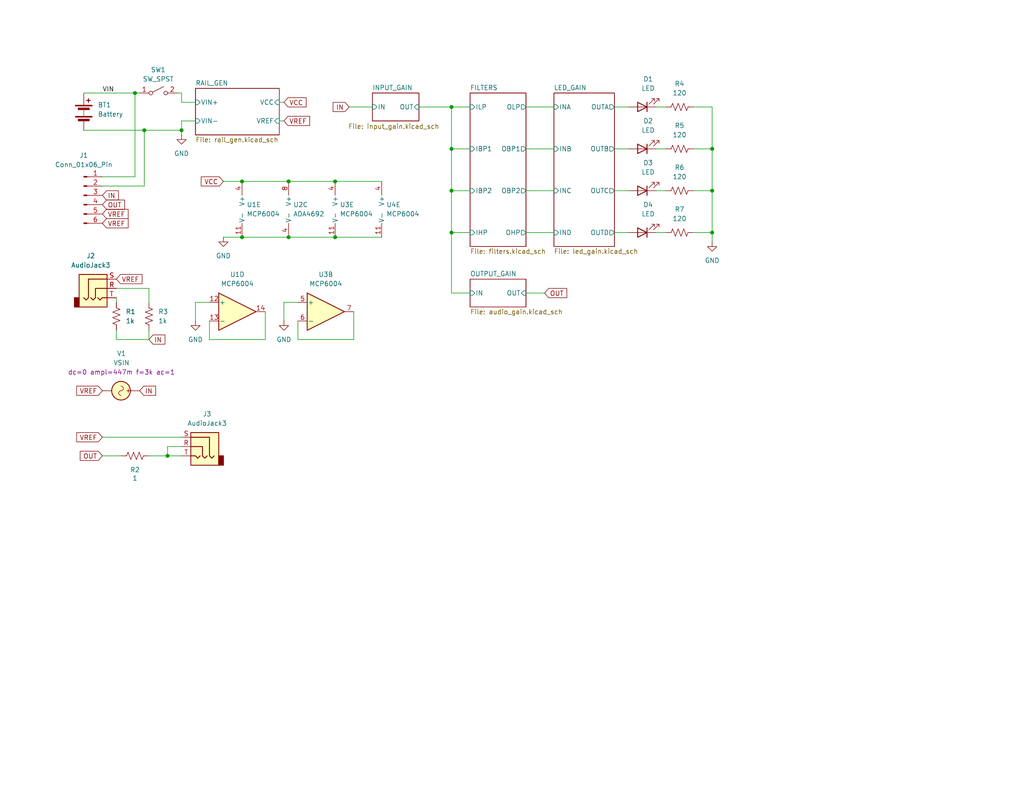
<source format=kicad_sch>
(kicad_sch (version 20250114) (generator "eeschema") (generator_version "9.0")
  (paper "USLetter")
  (title_block (title "EL223FP4L1") (date "2025-05-08") (rev "1") (company "Boles & Walker") (comment 1 "Board Overview"))
  (lib_symbols
    (symbol "Amplifier_Operational:MCP6004" (pin_names (offset 0.127))
      (property "Reference" "U" (at 0 5.08 0))
      (property "Value" "MCP6004" (at 0 -5.08 0))
      (symbol "MCP6004_1_1"
        (polyline (pts (xy -5.08 5.08) (xy 5.08 0) (xy -5.08 -5.08) (xy -5.08 5.08)) (stroke (width 0.254)) (fill (type background)))
        (pin input line (at -7.62 2.54 0) (length 2.54) (name "+") (number "3"))
        (pin input line (at -7.62 -2.54 0) (length 2.54) (name "-") (number "2"))
        (pin output line (at 7.62 0 180) (length 2.54) (name "~") (number "1"))
      )
      (symbol "MCP6004_2_1"
        (polyline (pts (xy -5.08 5.08) (xy 5.08 0) (xy -5.08 -5.08) (xy -5.08 5.08)) (stroke (width 0.254)) (fill (type background)))
        (pin input line (at -7.62 2.54 0) (length 2.54) (name "+") (number "5"))
        (pin input line (at -7.62 -2.54 0) (length 2.54) (name "-") (number "6"))
        (pin output line (at 7.62 0 180) (length 2.54) (name "~") (number "7"))
      )
      (symbol "MCP6004_3_1"
        (polyline (pts (xy -5.08 5.08) (xy 5.08 0) (xy -5.08 -5.08) (xy -5.08 5.08)) (stroke (width 0.254)) (fill (type background)))
        (pin input line (at -7.62 2.54 0) (length 2.54) (name "+") (number "10"))
        (pin input line (at -7.62 -2.54 0) (length 2.54) (name "-") (number "9"))
        (pin output line (at 7.62 0 180) (length 2.54) (name "~") (number "8"))
      )
      (symbol "MCP6004_4_1"
        (polyline (pts (xy -5.08 5.08) (xy 5.08 0) (xy -5.08 -5.08) (xy -5.08 5.08)) (stroke (width 0.254)) (fill (type background)))
        (pin input line (at -7.62 2.54 0) (length 2.54) (name "+") (number "12"))
        (pin input line (at -7.62 -2.54 0) (length 2.54) (name "-") (number "13"))
        (pin output line (at 7.62 0 180) (length 2.54) (name "~") (number "14"))
      )
      (symbol "MCP6004_5_1"
        (pin power_in line (at -2.54 7.62 270) (length 3.81) (name "V+") (number "4"))
        (pin power_in line (at -2.54 -7.62 90) (length 3.81) (name "V-") (number "11"))
      )
    )
    (symbol "Connector:Conn_01x06_Pin" (pin_names (offset 1.016) (hide yes))
      (property "Reference" "J" (at 0 7.62 0))
      (property "Value" "Conn_01x06_Pin" (at 0 -10.16 0))
      (symbol "Conn_01x06_Pin_1_1"
        (rectangle (start 0.8636 5.207) (end 0 4.953) (stroke (width 0.1524)) (fill (type outline)))
        (rectangle (start 0.8636 2.667) (end 0 2.413) (stroke (width 0.1524)) (fill (type outline)))
        (rectangle (start 0.8636 0.127) (end 0 -0.127) (stroke (width 0.1524)) (fill (type outline)))
        (rectangle (start 0.8636 -2.413) (end 0 -2.667) (stroke (width 0.1524)) (fill (type outline)))
        (rectangle (start 0.8636 -4.953) (end 0 -5.207) (stroke (width 0.1524)) (fill (type outline)))
        (rectangle (start 0.8636 -7.493) (end 0 -7.747) (stroke (width 0.1524)) (fill (type outline)))
        (polyline (pts (xy 1.27 5.08) (xy 0.8636 5.08)) (stroke (width 0.1524)))
        (polyline (pts (xy 1.27 2.54) (xy 0.8636 2.54)) (stroke (width 0.1524)))
        (polyline (pts (xy 1.27 0) (xy 0.8636 0)) (stroke (width 0.1524)))
        (polyline (pts (xy 1.27 -2.54) (xy 0.8636 -2.54)) (stroke (width 0.1524)))
        (polyline (pts (xy 1.27 -5.08) (xy 0.8636 -5.08)) (stroke (width 0.1524)))
        (polyline (pts (xy 1.27 -7.62) (xy 0.8636 -7.62)) (stroke (width 0.1524)))
        (pin passive line (at 5.08 5.08 180) (length 3.81) (name "Pin_1") (number "1"))
        (pin passive line (at 5.08 2.54 180) (length 3.81) (name "Pin_2") (number "2"))
        (pin passive line (at 5.08 0 180) (length 3.81) (name "Pin_3") (number "3"))
        (pin passive line (at 5.08 -2.54 180) (length 3.81) (name "Pin_4") (number "4"))
        (pin passive line (at 5.08 -5.08 180) (length 3.81) (name "Pin_5") (number "5"))
        (pin passive line (at 5.08 -7.62 180) (length 3.81) (name "Pin_6") (number "6"))
      )
    )
    (symbol "Connector_Audio:AudioJack3"
      (property "Reference" "J" (at 0 8.89 0))
      (property "Value" "AudioJack3" (at 0 6.35 0))
      (symbol "AudioJack3_0_1"
        (rectangle (start -5.08 -5.08) (end -6.35 -2.54) (stroke (width 0.254)) (fill (type outline)))
        (polyline (pts (xy -1.905 -2.54) (xy -1.27 -3.175) (xy -0.635 -2.54) (xy -0.635 0) (xy 2.54 0)) (stroke (width 0.254)))
        (polyline (pts (xy 0 -2.54) (xy 0.635 -3.175) (xy 1.27 -2.54) (xy 2.54 -2.54)) (stroke (width 0.254)))
        (rectangle (start 2.54 3.81) (end -5.08 -5.08) (stroke (width 0.254)) (fill (type background)))
        (polyline (pts (xy 2.54 2.54) (xy -2.54 2.54) (xy -2.54 -2.54) (xy -3.175 -3.175) (xy -3.81 -2.54)) (stroke (width 0.254)))
      )
      (symbol "AudioJack3_1_1"
        (pin passive line (at 5.08 2.54 180) (length 2.54) (name "~") (number "S"))
        (pin passive line (at 5.08 0 180) (length 2.54) (name "~") (number "R"))
        (pin passive line (at 5.08 -2.54 180) (length 2.54) (name "~") (number "T"))
      )
    )
    (symbol "Custom:ADA4692-2" (pin_names (offset 0.127))
      (property "Reference" "U" (at 2.54 6.35 0))
      (property "Value" "ADA4692-2" (at 2.54 3.81 0))
      (symbol "ADA4692-2_1_1"
        (polyline (pts (xy 5.08 0) (xy -5.08 5.08) (xy -5.08 -5.08) (xy 5.08 0)) (stroke (width 0.254)) (fill (type background)))
        (pin input line (at -7.62 2.54 0) (length 2.54) (name "+") (number "3"))
        (pin input line (at -7.62 -2.54 0) (length 2.54) (name "-") (number "2"))
        (pin output line (at 7.62 0 180) (length 2.54) (name "~") (number "1"))
      )
      (symbol "ADA4692-2_2_1"
        (polyline (pts (xy 5.08 0) (xy -5.08 5.08) (xy -5.08 -5.08) (xy 5.08 0)) (stroke (width 0.254)) (fill (type background)))
        (pin input line (at -7.62 2.54 0) (length 2.54) (name "+") (number "5"))
        (pin input line (at -7.62 -2.54 0) (length 2.54) (name "-") (number "6"))
        (pin output line (at 7.62 0 180) (length 2.54) (name "~") (number "7"))
      )
      (symbol "ADA4692-2_3_1"
        (pin power_in line (at 0 7.62 270) (length 3.81) (name "V+") (number "8"))
        (pin power_in line (at 0 -7.62 90) (length 3.81) (name "V-") (number "4"))
      )
    )
    (symbol "Device:Battery" (pin_numbers (hide yes)) (pin_names (offset 0) (hide yes))
      (property "Reference" "BT" (at 2.54 2.54 0))
      (property "Value" "Battery" (at 2.54 0 0))
      (symbol "Battery_0_1"
        (rectangle (start -2.286 1.778) (end 2.286 1.524) (fill (type outline)))
        (rectangle (start -2.286 -1.27) (end 2.286 -1.524) (fill (type outline)))
        (rectangle (start -1.524 1.016) (end 1.524 0.508) (fill (type outline)))
        (rectangle (start -1.524 -2.032) (end 1.524 -2.54) (fill (type outline)))
        (polyline (pts (xy 0 1.778) (xy 0 2.54)))
        (polyline (pts (xy 0 0) (xy 0 0.254)))
        (polyline (pts (xy 0 -0.508) (xy 0 -0.254)))
        (polyline (pts (xy 0 -1.016) (xy 0 -0.762)))
        (polyline (pts (xy 0.762 3.048) (xy 1.778 3.048)) (stroke (width 0.254)))
        (polyline (pts (xy 1.27 3.556) (xy 1.27 2.54)) (stroke (width 0.254)))
      )
      (symbol "Battery_1_1"
        (pin passive line (at 0 5.08 270) (length 2.54) (name "+") (number "1"))
        (pin passive line (at 0 -5.08 90) (length 2.54) (name "-") (number "2"))
      )
    )
    (symbol "Device:LED" (pin_numbers (hide yes)) (pin_names (offset 1.016) (hide yes))
      (property "Reference" "D" (at 0 2.54 0))
      (property "Value" "LED" (at 0 -2.54 0))
      (symbol "LED_0_1"
        (polyline (pts (xy -3.048 -0.762) (xy -4.572 -2.286) (xy -3.81 -2.286) (xy -4.572 -2.286) (xy -4.572 -1.524)))
        (polyline (pts (xy -1.778 -0.762) (xy -3.302 -2.286) (xy -2.54 -2.286) (xy -3.302 -2.286) (xy -3.302 -1.524)))
        (polyline (pts (xy -1.27 0) (xy 1.27 0)))
        (polyline (pts (xy -1.27 -1.27) (xy -1.27 1.27)) (stroke (width 0.254)))
        (polyline (pts (xy 1.27 -1.27) (xy 1.27 1.27) (xy -1.27 0) (xy 1.27 -1.27)) (stroke (width 0.254)))
      )
      (symbol "LED_1_1"
        (pin passive line (at -3.81 0 0) (length 2.54) (name "K") (number "1"))
        (pin passive line (at 3.81 0 180) (length 2.54) (name "A") (number "2"))
      )
    )
    (symbol "Device:R_US" (pin_numbers (hide yes)) (pin_names (offset 0))
      (property "Reference" "R" (at 2.54 0 90))
      (property "Value" "R_US" (at -2.54 0 90))
      (symbol "R_US_0_1"
        (polyline (pts (xy 0 2.286) (xy 0 2.54)))
        (polyline (pts (xy 0 2.286) (xy 1.016 1.905) (xy 0 1.524) (xy -1.016 1.143) (xy 0 0.762)))
        (polyline (pts (xy 0 0.762) (xy 1.016 0.381) (xy 0 0) (xy -1.016 -0.381) (xy 0 -0.762)))
        (polyline (pts (xy 0 -0.762) (xy 1.016 -1.143) (xy 0 -1.524) (xy -1.016 -1.905) (xy 0 -2.286)))
        (polyline (pts (xy 0 -2.286) (xy 0 -2.54)))
      )
      (symbol "R_US_1_1"
        (pin passive line (at 0 3.81 270) (length 1.27) (name "~") (number "1"))
        (pin passive line (at 0 -3.81 90) (length 1.27) (name "~") (number "2"))
      )
    )
    (symbol "Simulation_SPICE:VSIN" (pin_numbers (hide yes)) (pin_names (offset 0.0254))
      (property "Reference" "V" (at 2.54 2.54 0))
      (property "Value" "VSIN" (at 2.54 0 0))
      (property "Sim.Params" "dc=0 ampl=1 f=1k ac=1" (at 2.54 -2.54 0))
      (symbol "VSIN_0_0"
        (arc (start -1.27 0) (mid -0.635 0.6323) (end 0 0))
        (arc (start 1.27 0) (mid 0.635 -0.6323) (end 0 0))
        (text "+" (at 0 1.905 0) (effects (font (size 1.27 1.27))))
      )
      (symbol "VSIN_0_1"
        (circle (center 0 0) (radius 2.54) (stroke (width 0.254)) (fill (type background)))
      )
      (symbol "VSIN_1_1"
        (pin passive line (at 0 5.08 270) (length 2.54) (name "~") (number "1"))
        (pin passive line (at 0 -5.08 90) (length 2.54) (name "~") (number "2"))
      )
    )
    (symbol "Switch:SW_SPST" (pin_names (offset 0) (hide yes))
      (property "Reference" "SW" (at 0 3.175 0))
      (property "Value" "SW_SPST" (at 0 -2.54 0))
      (symbol "SW_SPST_0_0"
        (circle (center -2.032 0) (radius 0.508))
        (polyline (pts (xy -1.524 0.254) (xy 1.524 1.778)))
        (circle (center 2.032 0) (radius 0.508))
      )
      (symbol "SW_SPST_1_1"
        (pin passive line (at -5.08 0 0) (length 2.54) (name "A") (number "1"))
        (pin passive line (at 5.08 0 180) (length 2.54) (name "B") (number "2"))
      )
    )
    (symbol "power:GND" (power) (pin_numbers (hide yes)) (pin_names (offset 0) (hide yes))
      (property "Value" "GND" (at 0 -3.81 0))
      (symbol "GND_0_1"
        (polyline (pts (xy 0 0) (xy 0 -1.27) (xy 1.27 -1.27) (xy 0 -2.54) (xy -1.27 -1.27) (xy 0 -1.27)))
      )
      (symbol "GND_1_1"
        (pin power_in line (at 0 0 270) (length 0) (name "~") (number "1"))
      )
    )
  )
  (junction (at 45.72 124.46))
  (junction (at 91.44 49.53))
  (junction (at 123.19 63.5))
  (junction (at 78.74 64.77))
  (junction (at 36.83 25.4))
  (junction (at 123.19 52.07))
  (junction (at 91.44 64.77))
  (junction (at 123.19 40.64))
  (junction (at 66.04 64.77))
  (junction (at 39.37 35.56))
  (junction (at 194.31 63.5))
  (junction (at 194.31 52.07))
  (junction (at 78.74 49.53))
  (junction (at 66.04 49.53))
  (junction (at 49.53 35.56))
  (junction (at 194.31 40.64))
  (junction (at 123.19 29.21))
  (wire (pts (xy 78.74 64.77) (xy 91.44 64.77)))
  (wire (pts (xy 123.19 52.07) (xy 123.19 63.5)))
  (wire (pts (xy 49.53 124.46) (xy 45.72 124.46)))
  (wire (pts (xy 194.31 29.21) (xy 194.31 40.64)))
  (wire (pts (xy 194.31 63.5) (xy 194.31 66.04)))
  (wire (pts (xy 179.07 29.21) (xy 181.61 29.21)))
  (wire (pts (xy 40.64 124.46) (xy 45.72 124.46)))
  (wire (pts (xy 40.64 90.17) (xy 40.64 92.71)))
  (wire (pts (xy 189.23 52.07) (xy 194.31 52.07)))
  (wire (pts (xy 114.3 29.21) (xy 123.19 29.21)))
  (wire (pts (xy 76.2 33.02) (xy 77.47 33.02)))
  (wire (pts (xy 143.51 29.21) (xy 151.13 29.21)))
  (wire (pts (xy 194.31 52.07) (xy 194.31 63.5)))
  (wire (pts (xy 39.37 35.56) (xy 49.53 35.56)))
  (wire (pts (xy 143.51 40.64) (xy 151.13 40.64)))
  (wire (pts (xy 189.23 40.64) (xy 194.31 40.64)))
  (wire (pts (xy 22.86 35.56) (xy 39.37 35.56)))
  (wire (pts (xy 179.07 52.07) (xy 181.61 52.07)))
  (wire (pts (xy 91.44 64.77) (xy 104.14 64.77)))
  (wire (pts (xy 189.23 29.21) (xy 194.31 29.21)))
  (wire (pts (xy 167.64 29.21) (xy 171.45 29.21)))
  (wire (pts (xy 167.64 40.64) (xy 171.45 40.64)))
  (wire (pts (xy 78.74 49.53) (xy 91.44 49.53)))
  (wire (pts (xy 72.39 85.09) (xy 72.39 92.71)))
  (wire (pts (xy 91.44 49.53) (xy 104.14 49.53)))
  (wire (pts (xy 40.64 78.74) (xy 40.64 82.55)))
  (wire (pts (xy 66.04 64.77) (xy 78.74 64.77)))
  (wire (pts (xy 53.34 27.94) (xy 49.53 27.94)))
  (wire (pts (xy 77.47 82.55) (xy 77.47 87.63)))
  (wire (pts (xy 66.04 49.53) (xy 78.74 49.53)))
  (wire (pts (xy 57.15 92.71) (xy 57.15 87.63)))
  (wire (pts (xy 143.51 52.07) (xy 151.13 52.07)))
  (wire (pts (xy 143.51 63.5) (xy 151.13 63.5)))
  (wire (pts (xy 60.96 49.53) (xy 66.04 49.53)))
  (wire (pts (xy 40.64 92.71) (xy 31.75 92.71)))
  (wire (pts (xy 123.19 40.64) (xy 128.27 40.64)))
  (wire (pts (xy 39.37 50.8) (xy 27.94 50.8)))
  (wire (pts (xy 194.31 40.64) (xy 194.31 52.07)))
  (wire (pts (xy 53.34 82.55) (xy 53.34 87.63)))
  (wire (pts (xy 72.39 92.71) (xy 57.15 92.71)))
  (wire (pts (xy 49.53 27.94) (xy 49.53 25.4)))
  (wire (pts (xy 60.96 64.77) (xy 66.04 64.77)))
  (wire (pts (xy 179.07 63.5) (xy 181.61 63.5)))
  (wire (pts (xy 49.53 36.83) (xy 49.53 35.56)))
  (wire (pts (xy 36.83 48.26) (xy 27.94 48.26)))
  (wire (pts (xy 81.28 92.71) (xy 81.28 87.63)))
  (wire (pts (xy 81.28 82.55) (xy 77.47 82.55)))
  (wire (pts (xy 31.75 92.71) (xy 31.75 90.17)))
  (wire (pts (xy 22.86 25.4) (xy 36.83 25.4)))
  (wire (pts (xy 123.19 63.5) (xy 128.27 63.5)))
  (wire (pts (xy 123.19 63.5) (xy 123.19 80.01)))
  (wire (pts (xy 31.75 78.74) (xy 40.64 78.74)))
  (wire (pts (xy 27.94 119.38) (xy 49.53 119.38)))
  (wire (pts (xy 143.51 80.01) (xy 148.59 80.01)))
  (wire (pts (xy 31.75 81.28) (xy 31.75 82.55)))
  (wire (pts (xy 49.53 25.4) (xy 48.26 25.4)))
  (wire (pts (xy 27.94 124.46) (xy 33.02 124.46)))
  (wire (pts (xy 123.19 80.01) (xy 128.27 80.01)))
  (wire (pts (xy 49.53 33.02) (xy 53.34 33.02)))
  (wire (pts (xy 57.15 82.55) (xy 53.34 82.55)))
  (wire (pts (xy 36.83 25.4) (xy 36.83 48.26)))
  (wire (pts (xy 95.25 29.21) (xy 101.6 29.21)))
  (wire (pts (xy 179.07 40.64) (xy 181.61 40.64)))
  (wire (pts (xy 36.83 25.4) (xy 38.1 25.4)))
  (wire (pts (xy 189.23 63.5) (xy 194.31 63.5)))
  (wire (pts (xy 49.53 121.92) (xy 45.72 121.92)))
  (wire (pts (xy 167.64 63.5) (xy 171.45 63.5)))
  (wire (pts (xy 123.19 52.07) (xy 128.27 52.07)))
  (wire (pts (xy 49.53 35.56) (xy 49.53 33.02)))
  (wire (pts (xy 76.2 27.94) (xy 77.47 27.94)))
  (wire (pts (xy 45.72 121.92) (xy 45.72 124.46)))
  (wire (pts (xy 123.19 29.21) (xy 128.27 29.21)))
  (wire (pts (xy 123.19 29.21) (xy 123.19 40.64)))
  (wire (pts (xy 167.64 52.07) (xy 171.45 52.07)))
  (wire (pts (xy 96.52 92.71) (xy 81.28 92.71)))
  (wire (pts (xy 123.19 40.64) (xy 123.19 52.07)))
  (wire (pts (xy 96.52 85.09) (xy 96.52 92.71)))
  (wire (pts (xy 39.37 35.56) (xy 39.37 50.8)))
  (label "VIN" (at 27.94 25.4 0))
  (global_label "VREF" (shape input) (at 27.94 106.68 180) (property "Intersheetrefs" "${INTERSHEET_REFS}" (effects (hide yes))))
  (global_label "VREF" (shape input) (at 27.94 58.42 0) (property "Intersheetrefs" "${INTERSHEET_REFS}" (effects (hide yes))))
  (global_label "VCC" (shape input) (at 60.96 49.53 180) (property "Intersheetrefs" "${INTERSHEET_REFS}" (effects (hide yes))))
  (global_label "VCC" (shape input) (at 77.47 27.94 0) (property "Intersheetrefs" "${INTERSHEET_REFS}" (effects (hide yes))))
  (global_label "OUT" (shape input) (at 27.94 124.46 180) (property "Intersheetrefs" "${INTERSHEET_REFS}" (effects (hide yes))))
  (global_label "OUT" (shape input) (at 27.94 55.88 0) (property "Intersheetrefs" "${INTERSHEET_REFS}" (effects (hide yes))))
  (global_label "VREF" (shape input) (at 77.47 33.02 0) (property "Intersheetrefs" "${INTERSHEET_REFS}" (effects (hide yes))))
  (global_label "VREF" (shape input) (at 27.94 119.38 180) (property "Intersheetrefs" "${INTERSHEET_REFS}" (effects (hide yes))))
  (global_label "IN" (shape input) (at 40.64 92.71 0) (property "Intersheetrefs" "${INTERSHEET_REFS}" (effects (hide yes))))
  (global_label "VREF" (shape input) (at 31.75 76.2 0) (property "Intersheetrefs" "${INTERSHEET_REFS}" (effects (hide yes))))
  (global_label "IN" (shape input) (at 95.25 29.21 180) (property "Intersheetrefs" "${INTERSHEET_REFS}" (effects (hide yes))))
  (global_label "VREF" (shape input) (at 27.94 60.96 0) (property "Intersheetrefs" "${INTERSHEET_REFS}" (effects (hide yes))))
  (global_label "OUT" (shape input) (at 148.59 80.01 0) (property "Intersheetrefs" "${INTERSHEET_REFS}" (effects (hide yes))))
  (global_label "IN" (shape input) (at 38.1 106.68 0) (property "Intersheetrefs" "${INTERSHEET_REFS}" (effects (hide yes))))
  (global_label "IN" (shape input) (at 27.94 53.34 0) (property "Intersheetrefs" "${INTERSHEET_REFS}" (effects (hide yes))))
  (symbol (lib_id "power:GND") (at 53.34 87.63 0) (unit 1)
    (property "Reference" "#PWR03" (effects (hide yes)))
    (property "Value" "GND" (at 53.34 92.71 0))
    (property "Description" "Power symbol creates a global label with name \"GND\" , ground" (effects (hide yes)))
  )
  (symbol (lib_id "Device:R_US") (at 185.42 52.07 90) (unit 1)
    (property "Reference" "R6" (at 185.42 45.72 90))
    (property "Value" "120" (at 185.42 48.26 90))
    (property "Footprint" "Resistor_SMD:R_0805_2012Metric_Pad1.20x1.40mm_HandSolder" (effects (hide yes)))
    (property "Description" "Resistor, US symbol" (effects (hide yes)))
  )
  (symbol (lib_id "Device:LED") (at 175.26 29.21 180) (unit 1)
    (property "Reference" "D1" (at 176.8475 21.59 0))
    (property "Value" "LED" (at 176.8475 24.13 0))
    (property "Footprint" "LED_SMD:LED_0805_2012Metric_Pad1.15x1.40mm_HandSolder" (effects (hide yes)))
    (property "Description" "Light emitting diode" (effects (hide yes)))
    (property "Sim.Pins" "1=K 2=A" (effects (hide yes)))
    (property "Sim.Library" "led.lib" (effects (hide yes)))
    (property "Sim.Name" "LED_GENERAL" (effects (hide yes)))
    (property "Sim.Device" "D" (effects (hide yes)))
  )
  (symbol (lib_id "Device:LED") (at 175.26 63.5 180) (unit 1)
    (property "Reference" "D4" (at 176.8475 55.88 0))
    (property "Value" "LED" (at 176.8475 58.42 0))
    (property "Footprint" "LED_SMD:LED_0805_2012Metric_Pad1.15x1.40mm_HandSolder" (effects (hide yes)))
    (property "Description" "Light emitting diode" (effects (hide yes)))
    (property "Sim.Pins" "1=K 2=A" (effects (hide yes)))
    (property "Sim.Library" "led.lib" (effects (hide yes)))
    (property "Sim.Name" "LED_GENERAL" (effects (hide yes)))
    (property "Sim.Device" "D" (effects (hide yes)))
  )
  (symbol (lib_id "Custom:ADA4692-2") (at 78.74 57.15 0) (unit 3)
    (property "Reference" "U2" (at 80.01 55.8799 0) (effects (justify left)))
    (property "Value" "ADA4692" (at 80.01 58.4199 0) (effects (justify left)))
    (property "Footprint" "Package_SO:SOIC-8_3.9x4.9mm_P1.27mm" (effects (hide yes)))
    (property "Datasheet" "https://www.analog.com/media/en/technical-documentation/data-sheets/ADA4691-2_4691-4_4692-2_4692-4.pdf" (effects (hide yes)))
    (property "Description" "Dual Low Noise, Precision, Rail-to-Rail Output, JFET Op Amp, SOIC-8" (effects (hide yes)))
    (property "Sim.Library" "ada4692.sub" (effects (hide yes)))
    (property "Sim.Name" "ADA4692-2" (effects (hide yes)))
    (property "Sim.Device" "SUBCKT" (effects (hide yes)))
    (property "Sim.Pins" "1=AOUT 2=AIN- 3=AIN+ 4=V- 5=BIN+ 6=BIN- 7=BOUT 8=V+" (effects (hide yes)))
  )
  (symbol (lib_id "Device:R_US") (at 185.42 63.5 90) (unit 1)
    (property "Reference" "R7" (at 185.42 57.15 90))
    (property "Value" "120" (at 185.42 59.69 90))
    (property "Footprint" "Resistor_SMD:R_0805_2012Metric_Pad1.20x1.40mm_HandSolder" (effects (hide yes)))
    (property "Description" "Resistor, US symbol" (effects (hide yes)))
  )
  (symbol (lib_id "Device:R_US") (at 185.42 29.21 90) (unit 1)
    (property "Reference" "R4" (at 185.42 22.86 90))
    (property "Value" "120" (at 185.42 25.4 90))
    (property "Footprint" "Resistor_SMD:R_0805_2012Metric_Pad1.20x1.40mm_HandSolder" (effects (hide yes)))
    (property "Description" "Resistor, US symbol" (effects (hide yes)))
  )
  (symbol (lib_id "Connector_Audio:AudioJack3") (at 54.61 121.92 0) (mirror y) (unit 1) (exclude_from_sim yes)
    (property "Reference" "J3" (at 56.515 113.03 0))
    (property "Value" "AudioJack3" (at 56.515 115.57 0))
    (property "Footprint" "Connector_Audio:Jack_3.5mm_CUI_SJ1-3523N_Horizontal" (effects (hide yes)))
    (property "Description" "Audio Jack, 3 Poles (Stereo / TRS)" (effects (hide yes)))
  )
  (symbol (lib_id "power:GND") (at 60.96 64.77 0) (unit 1)
    (property "Reference" "#PWR04" (effects (hide yes)))
    (property "Value" "GND" (at 60.96 69.85 0))
    (property "Description" "Power symbol creates a global label with name \"GND\" , ground" (effects (hide yes)))
  )
  (symbol (lib_id "power:GND") (at 49.53 36.83 0) (unit 1)
    (property "Reference" "#PWR02" (effects (hide yes)))
    (property "Value" "GND" (at 49.53 41.91 0))
    (property "Description" "Power symbol creates a global label with name \"GND\" , ground" (effects (hide yes)))
  )
  (symbol (lib_id "Connector:Conn_01x06_Pin") (at 22.86 53.34 0) (unit 1) (exclude_from_sim yes)
    (property "Reference" "J1" (at 22.86 42.418 0))
    (property "Value" "Conn_01x06_Pin" (at 22.86 44.958 0))
    (property "Footprint" "Connector_PinSocket_2.54mm:PinSocket_1x06_P2.54mm_Vertical" (effects (hide yes)))
    (property "Description" "Generic connector, single row, 01x06, script generated" (effects (hide yes)))
  )
  (symbol (lib_id "Amplifier_Operational:MCP6004") (at 93.98 57.15 0) (unit 5)
    (property "Reference" "U3" (at 92.71 55.8799 0) (effects (justify left)))
    (property "Value" "MCP6004" (at 92.71 58.4199 0) (effects (justify left)))
    (property "Footprint" "Package_SO:SOIC-14_3.9x8.7mm_P1.27mm" (effects (hide yes)))
    (property "Datasheet" "http://ww1.microchip.com/downloads/en/DeviceDoc/21733j.pdf" (effects (hide yes)))
    (property "Description" "1MHz, Low-Power Op Amp, DIP-14/SOIC-14/TSSOP-14" (effects (hide yes)))
    (property "Sim.Library" "MCP6001.lib" (effects (hide yes)))
    (property "Sim.Name" "MCP6004" (effects (hide yes)))
    (property "Sim.Device" "SUBCKT" (effects (hide yes)))
    (property "Sim.Pins" "1=OUTA 2=A- 3=A+ 4=VDD 5=B+ 6=B- 7=OUTB 8=OUTC 9=C- 10=C+ 11=VSS 12=D+ 13=D- 14=OUTD" (effects (hide yes)))
  )
  (symbol (lib_id "Amplifier_Operational:MCP6004") (at 88.9 85.09 0) (unit 2)
    (property "Reference" "U3" (at 88.9 74.93 0))
    (property "Value" "MCP6004" (at 88.9 77.47 0))
    (property "Footprint" "Package_SO:SOIC-14_3.9x8.7mm_P1.27mm" (effects (hide yes)))
    (property "Datasheet" "http://ww1.microchip.com/downloads/en/DeviceDoc/21733j.pdf" (effects (hide yes)))
    (property "Description" "1MHz, Low-Power Op Amp, DIP-14/SOIC-14/TSSOP-14" (effects (hide yes)))
    (property "Sim.Library" "MCP6001.lib" (effects (hide yes)))
    (property "Sim.Name" "MCP6004" (effects (hide yes)))
    (property "Sim.Device" "SUBCKT" (effects (hide yes)))
    (property "Sim.Pins" "1=OUTA 2=A- 3=A+ 4=VDD 5=B+ 6=B- 7=OUTB 8=OUTC 9=C- 10=C+ 11=VSS 12=D+ 13=D- 14=OUTD" (effects (hide yes)))
  )
  (symbol (lib_id "Device:R_US") (at 31.75 86.36 0) (unit 1)
    (property "Reference" "R1" (at 34.29 85.0899 0) (effects (justify left)))
    (property "Value" "1k" (at 34.29 87.6299 0) (effects (justify left)))
    (property "Footprint" "Resistor_SMD:R_0805_2012Metric_Pad1.20x1.40mm_HandSolder" (effects (hide yes)))
    (property "Description" "Resistor, US symbol" (effects (hide yes)))
  )
  (symbol (lib_id "Device:LED") (at 175.26 52.07 180) (unit 1)
    (property "Reference" "D3" (at 176.8475 44.45 0))
    (property "Value" "LED" (at 176.8475 46.99 0))
    (property "Footprint" "LED_SMD:LED_0805_2012Metric_Pad1.15x1.40mm_HandSolder" (effects (hide yes)))
    (property "Description" "Light emitting diode" (effects (hide yes)))
    (property "Sim.Pins" "1=K 2=A" (effects (hide yes)))
    (property "Sim.Library" "led.lib" (effects (hide yes)))
    (property "Sim.Name" "LED_GENERAL" (effects (hide yes)))
    (property "Sim.Device" "D" (effects (hide yes)))
  )
  (symbol (lib_id "Device:R_US") (at 185.42 40.64 90) (unit 1)
    (property "Reference" "R5" (at 185.42 34.29 90))
    (property "Value" "120" (at 185.42 36.83 90))
    (property "Footprint" "Resistor_SMD:R_0805_2012Metric_Pad1.20x1.40mm_HandSolder" (effects (hide yes)))
    (property "Description" "Resistor, US symbol" (effects (hide yes)))
  )
  (symbol (lib_id "Amplifier_Operational:MCP6004") (at 106.68 57.15 0) (unit 5)
    (property "Reference" "U4" (at 105.41 55.8799 0) (effects (justify left)))
    (property "Value" "MCP6004" (at 105.41 58.4199 0) (effects (justify left)))
    (property "Footprint" "Package_SO:SOIC-14_3.9x8.7mm_P1.27mm" (effects (hide yes)))
    (property "Datasheet" "http://ww1.microchip.com/downloads/en/DeviceDoc/21733j.pdf" (effects (hide yes)))
    (property "Description" "1MHz, Low-Power Op Amp, DIP-14/SOIC-14/TSSOP-14" (effects (hide yes)))
    (property "Sim.Library" "MCP6001.lib" (effects (hide yes)))
    (property "Sim.Name" "MCP6004" (effects (hide yes)))
    (property "Sim.Device" "SUBCKT" (effects (hide yes)))
    (property "Sim.Pins" "1=OUTA 2=A- 3=A+ 4=VDD 5=B+ 6=B- 7=OUTB 8=OUTC 9=C- 10=C+ 11=VSS 12=D+ 13=D- 14=OUTD" (effects (hide yes)))
  )
  (symbol (lib_id "Device:LED") (at 175.26 40.64 180) (unit 1)
    (property "Reference" "D2" (at 176.8475 33.02 0))
    (property "Value" "LED" (at 176.8475 35.56 0))
    (property "Footprint" "LED_SMD:LED_0805_2012Metric_Pad1.15x1.40mm_HandSolder" (effects (hide yes)))
    (property "Description" "Light emitting diode" (effects (hide yes)))
    (property "Sim.Pins" "1=K 2=A" (effects (hide yes)))
    (property "Sim.Library" "led.lib" (effects (hide yes)))
    (property "Sim.Name" "LED_GENERAL" (effects (hide yes)))
    (property "Sim.Device" "D" (effects (hide yes)))
  )
  (symbol (lib_id "Simulation_SPICE:VSIN") (at 33.02 106.68 270) (unit 1) (in_bom no) (on_board no)
    (property "Reference" "V1" (at 33.1498 96.52 90))
    (property "Value" "VSIN" (at 33.1498 99.06 90))
    (property "Datasheet" "https://ngspice.sourceforge.io/docs/ngspice-html-manual/manual.xhtml#sec_Independent_Sources_for" (effects (hide yes)))
    (property "Description" "Voltage source, sinusoidal" (effects (hide yes)))
    (property "Sim.Pins" "1=+ 2=-" (effects (hide yes)))
    (property "Sim.Params" "dc=0 ampl=447m f=3k ac=1" (at 33.1498 101.6 90))
    (property "Sim.Type" "SIN" (effects (hide yes)))
    (property "Sim.Device" "V" (effects (hide yes)))
  )
  (symbol (lib_id "Device:R_US") (at 40.64 86.36 0) (unit 1)
    (property "Reference" "R3" (at 43.18 85.0899 0) (effects (justify left)))
    (property "Value" "1k" (at 43.18 87.6299 0) (effects (justify left)))
    (property "Footprint" "Resistor_SMD:R_0805_2012Metric_Pad1.20x1.40mm_HandSolder" (effects (hide yes)))
    (property "Description" "Resistor, US symbol" (effects (hide yes)))
  )
  (symbol (lib_id "power:GND") (at 77.47 87.63 0) (unit 1)
    (property "Reference" "#PWR05" (effects (hide yes)))
    (property "Value" "GND" (at 77.47 92.71 0))
    (property "Description" "Power symbol creates a global label with name \"GND\" , ground" (effects (hide yes)))
  )
  (symbol (lib_id "Connector_Audio:AudioJack3") (at 26.67 78.74 0) (unit 1) (exclude_from_sim yes)
    (property "Reference" "J2" (at 24.765 69.85 0))
    (property "Value" "AudioJack3" (at 24.765 72.39 0))
    (property "Footprint" "Connector_Audio:Jack_3.5mm_CUI_SJ1-3523N_Horizontal" (effects (hide yes)))
    (property "Description" "Audio Jack, 3 Poles (Stereo / TRS)" (effects (hide yes)))
  )
  (symbol (lib_id "Device:R_US") (at 36.83 124.46 90) (unit 1)
    (property "Reference" "R2" (at 36.83 128.27 90))
    (property "Value" "1" (at 36.83 130.556 90))
    (property "Footprint" "Resistor_SMD:R_0805_2012Metric_Pad1.20x1.40mm_HandSolder" (effects (hide yes)))
    (property "Description" "Resistor, US symbol" (effects (hide yes)))
  )
  (symbol (lib_id "power:GND") (at 194.31 66.04 0) (unit 1)
    (property "Reference" "#PWR06" (effects (hide yes)))
    (property "Value" "GND" (at 194.31 71.12 0))
    (property "Description" "Power symbol creates a global label with name \"GND\" , ground" (effects (hide yes)))
  )
  (symbol (lib_id "Device:Battery") (at 22.86 30.48 0) (unit 1) (exclude_from_sim yes)
    (property "Reference" "BT1" (at 26.67 28.6384 0) (effects (justify left)))
    (property "Value" "Battery" (at 26.67 31.1784 0) (effects (justify left)))
    (property "Footprint" "Battery:BatteryHolder_Keystone_2468_2xAAA" (effects (hide yes)))
    (property "Description" "Multiple-cell battery" (effects (hide yes)))
    (property "Sim.Device" "V" (effects (hide yes)))
    (property "Sim.Pins" "1=+ 2=-" (effects (hide yes)))
    (property "Sim.Type" "PWL" (effects (hide yes)))
    (property "Sim.Params" "pwl=\"0 0 10u 0 0.1m 3\"" (effects (hide yes)))
  )
  (symbol (lib_id "Amplifier_Operational:MCP6004") (at 64.77 85.09 0) (unit 4)
    (property "Reference" "U1" (at 64.77 74.93 0))
    (property "Value" "MCP6004" (at 64.77 77.47 0))
    (property "Footprint" "Package_SO:SOIC-14_3.9x8.7mm_P1.27mm" (effects (hide yes)))
    (property "Datasheet" "http://ww1.microchip.com/downloads/en/DeviceDoc/21733j.pdf" (effects (hide yes)))
    (property "Description" "1MHz, Low-Power Op Amp, DIP-14/SOIC-14/TSSOP-14" (effects (hide yes)))
    (property "Sim.Library" "MCP6001.lib" (effects (hide yes)))
    (property "Sim.Name" "MCP6004" (effects (hide yes)))
    (property "Sim.Device" "SUBCKT" (effects (hide yes)))
    (property "Sim.Pins" "1=OUTA 2=A- 3=A+ 4=VDD 5=B+ 6=B- 7=OUTB 8=OUTC 9=C- 10=C+ 11=VSS 12=D+ 13=D- 14=OUTD" (effects (hide yes)))
  )
  (symbol (lib_id "Switch:SW_SPST") (at 43.18 25.4 0) (unit 1)
    (property "Reference" "SW1" (at 43.18 19.05 0))
    (property "Value" "SW_SPST" (at 43.18 21.59 0))
    (property "Footprint" "Button_Switch_THT:SW_DIP_SPSTx01_Slide_9.78x4.72mm_W7.62mm_P2.54mm" (effects (hide yes)))
    (property "Description" "Single Pole Single Throw (SPST) switch" (effects (hide yes)))
    (property "Sim.Device" "R" (effects (hide yes)))
    (property "Sim.Pins" "1=+ 2=-" (effects (hide yes)))
    (property "Sim.Params" "r=0" (effects (hide yes)))
  )
  (symbol (lib_id "Amplifier_Operational:MCP6004") (at 68.58 57.15 0) (unit 5)
    (property "Reference" "U1" (at 67.31 55.8799 0) (effects (justify left)))
    (property "Value" "MCP6004" (at 67.31 58.4199 0) (effects (justify left)))
    (property "Footprint" "Package_SO:SOIC-14_3.9x8.7mm_P1.27mm" (effects (hide yes)))
    (property "Datasheet" "http://ww1.microchip.com/downloads/en/DeviceDoc/21733j.pdf" (effects (hide yes)))
    (property "Description" "1MHz, Low-Power Op Amp, DIP-14/SOIC-14/TSSOP-14" (effects (hide yes)))
    (property "Sim.Library" "MCP6001.lib" (effects (hide yes)))
    (property "Sim.Name" "MCP6004" (effects (hide yes)))
    (property "Sim.Device" "SUBCKT" (effects (hide yes)))
    (property "Sim.Pins" "1=OUTA 2=A- 3=A+ 4=VDD 5=B+ 6=B- 7=OUTB 8=OUTC 9=C- 10=C+ 11=VSS 12=D+ 13=D- 14=OUTD" (effects (hide yes)))
  )
  (sheet (at 128.27 76.2) (size 15.24 7.62) (stroke (width 0.1524))
    (property "Sheetname" "OUTPUT_GAIN" (at 128.27 75.4884 0) (effects (justify left bottom)))
    (property "Sheetfile" "audio_gain.kicad_sch" (at 128.27 84.4046 0) (effects (justify left top)))
    (pin "IN" input (at 128.27 80.01 180))
    (pin "OUT" input (at 143.51 80.01 0))
  )
  (sheet (at 128.27 25.4) (size 15.24 41.91) (stroke (width 0.1524))
    (property "Sheetname" "FILTERS" (at 128.27 24.6884 0) (effects (justify left bottom)))
    (property "Sheetfile" "filters.kicad_sch" (at 128.27 67.8946 0) (effects (justify left top)))
    (pin "IBP1" input (at 128.27 40.64 180))
    (pin "IBP2" input (at 128.27 52.07 180))
    (pin "ILP" input (at 128.27 29.21 180))
    (pin "OBP1" output (at 143.51 40.64 0))
    (pin "OBP2" output (at 143.51 52.07 0))
    (pin "OLP" output (at 143.51 29.21 0))
    (pin "IHP" input (at 128.27 63.5 180))
    (pin "OHP" output (at 143.51 63.5 0))
  )
  (sheet (at 53.34 24.13) (size 22.86 12.7) (stroke (width 0.1524))
    (property "Sheetname" "RAIL_GEN" (at 53.34 23.4184 0) (effects (justify left bottom)))
    (property "Sheetfile" "rail_gen.kicad_sch" (at 53.34 37.4146 0) (effects (justify left top)))
    (pin "VREF" input (at 76.2 33.02 0))
    (pin "VCC" input (at 76.2 27.94 0))
    (pin "VIN+" input (at 53.34 27.94 180))
    (pin "VIN-" input (at 53.34 33.02 180))
  )
  (sheet (at 101.6 25.4) (size 12.7 7.62) (stroke (width 0.1524))
    (property "Sheetname" "INPUT_GAIN" (at 101.6 24.6884 0) (effects (justify left bottom)))
    (property "Sheetfile" "input_gain.kicad_sch" (at 94.996 33.782 0) (effects (justify left top)))
    (pin "IN" input (at 101.6 29.21 180))
    (pin "OUT" input (at 114.3 29.21 0))
  )
  (sheet (at 151.13 25.4) (size 16.51 41.91) (stroke (width 0.1524))
    (property "Sheetname" "LED_GAIN" (at 151.13 24.6884 0) (effects (justify left bottom)))
    (property "Sheetfile" "led_gain.kicad_sch" (at 151.13 67.8946 0) (effects (justify left top)))
    (pin "INA" input (at 151.13 29.21 180))
    (pin "INB" input (at 151.13 40.64 180))
    (pin "INC" input (at 151.13 52.07 180))
    (pin "IND" input (at 151.13 63.5 180))
    (pin "OUTA" output (at 167.64 29.21 0))
    (pin "OUTB" output (at 167.64 40.64 0))
    (pin "OUTC" output (at 167.64 52.07 0))
    (pin "OUTD" output (at 167.64 63.5 0))
  )
)
</source>
